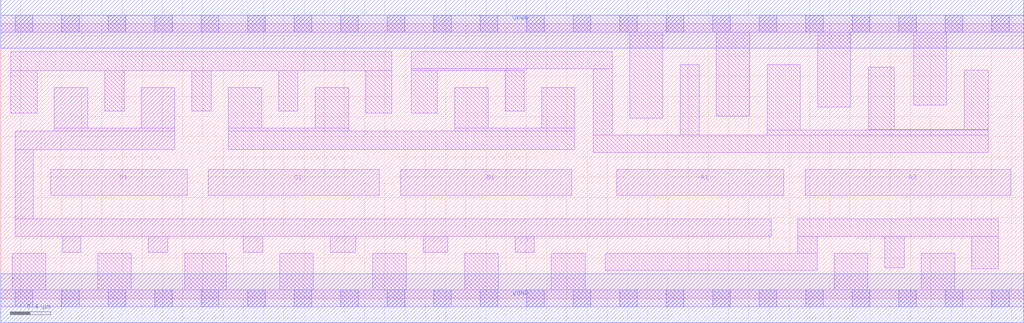
<source format=lef>
# Copyright 2020 The SkyWater PDK Authors
#
# Licensed under the Apache License, Version 2.0 (the "License");
# you may not use this file except in compliance with the License.
# You may obtain a copy of the License at
#
#     https://www.apache.org/licenses/LICENSE-2.0
#
# Unless required by applicable law or agreed to in writing, software
# distributed under the License is distributed on an "AS IS" BASIS,
# WITHOUT WARRANTIES OR CONDITIONS OF ANY KIND, either express or implied.
# See the License for the specific language governing permissions and
# limitations under the License.
#
# SPDX-License-Identifier: Apache-2.0

VERSION 5.7 ;
  NAMESCASESENSITIVE ON ;
  NOWIREEXTENSIONATPIN ON ;
  DIVIDERCHAR "/" ;
  BUSBITCHARS "[]" ;
UNITS
  DATABASE MICRONS 200 ;
END UNITS
MACRO sky130_fd_sc_hd__a2111oi_4
  CLASS CORE ;
  SOURCE USER ;
  FOREIGN sky130_fd_sc_hd__a2111oi_4 ;
  ORIGIN  0.000000  0.000000 ;
  SIZE  10.12000 BY  2.720000 ;
  SYMMETRY X Y R90 ;
  SITE unithd ;
  PIN A1
    ANTENNAGATEAREA  0.990000 ;
    DIRECTION INPUT ;
    USE SIGNAL ;
    PORT
      LAYER li1 ;
        RECT 6.095000 1.020000 7.745000 1.275000 ;
    END
  END A1
  PIN A2
    ANTENNAGATEAREA  0.990000 ;
    DIRECTION INPUT ;
    USE SIGNAL ;
    PORT
      LAYER li1 ;
        RECT 7.960000 1.020000 9.990000 1.275000 ;
    END
  END A2
  PIN B1
    ANTENNAGATEAREA  0.990000 ;
    DIRECTION INPUT ;
    USE SIGNAL ;
    PORT
      LAYER li1 ;
        RECT 3.955000 1.020000 5.650000 1.275000 ;
    END
  END B1
  PIN C1
    ANTENNAGATEAREA  0.990000 ;
    DIRECTION INPUT ;
    USE SIGNAL ;
    PORT
      LAYER li1 ;
        RECT 2.055000 1.020000 3.745000 1.275000 ;
    END
  END C1
  PIN D1
    ANTENNAGATEAREA  0.990000 ;
    DIRECTION INPUT ;
    USE SIGNAL ;
    PORT
      LAYER li1 ;
        RECT 0.495000 1.020000 1.845000 1.275000 ;
    END
  END D1
  PIN Y
    ANTENNADIFFAREA  2.009500 ;
    DIRECTION OUTPUT ;
    USE SIGNAL ;
    PORT
      LAYER li1 ;
        RECT 0.145000 0.615000 7.620000 0.785000 ;
        RECT 0.145000 0.785000 0.320000 1.475000 ;
        RECT 0.145000 1.475000 1.720000 1.655000 ;
        RECT 0.530000 1.655000 1.720000 1.685000 ;
        RECT 0.530000 1.685000 0.860000 2.085000 ;
        RECT 0.615000 0.455000 0.790000 0.615000 ;
        RECT 1.390000 1.685000 1.720000 2.085000 ;
        RECT 1.460000 0.455000 1.650000 0.615000 ;
        RECT 2.400000 0.455000 2.590000 0.615000 ;
        RECT 3.260000 0.455000 3.510000 0.615000 ;
        RECT 4.180000 0.455000 4.420000 0.615000 ;
        RECT 5.090000 0.455000 5.275000 0.615000 ;
    END
  END Y
  PIN VGND
    DIRECTION INOUT ;
    SHAPE ABUTMENT ;
    USE GROUND ;
    PORT
      LAYER met1 ;
        RECT 0.000000 -0.240000 10.120000 0.240000 ;
    END
  END VGND
  PIN VPWR
    DIRECTION INOUT ;
    SHAPE ABUTMENT ;
    USE POWER ;
    PORT
      LAYER met1 ;
        RECT 0.000000 2.480000 10.120000 2.960000 ;
    END
  END VPWR
  OBS
    LAYER li1 ;
      RECT 0.000000 -0.085000 10.120000 0.085000 ;
      RECT 0.000000  2.635000 10.120000 2.805000 ;
      RECT 0.100000  1.835000  0.360000 2.255000 ;
      RECT 0.100000  2.255000  3.870000 2.445000 ;
      RECT 0.115000  0.085000  0.445000 0.445000 ;
      RECT 0.960000  0.085000  1.290000 0.445000 ;
      RECT 1.030000  1.855000  1.220000 2.255000 ;
      RECT 1.820000  0.085000  2.230000 0.445000 ;
      RECT 1.890000  1.855000  2.080000 2.255000 ;
      RECT 2.250000  1.475000  5.680000 1.655000 ;
      RECT 2.250000  1.655000  3.440000 1.685000 ;
      RECT 2.250000  1.685000  2.580000 2.085000 ;
      RECT 2.750000  1.855000  2.940000 2.255000 ;
      RECT 2.760000  0.085000  3.090000 0.445000 ;
      RECT 3.110000  1.685000  3.440000 2.085000 ;
      RECT 3.610000  1.835000  3.870000 2.255000 ;
      RECT 3.680000  0.085000  4.010000 0.445000 ;
      RECT 4.060000  1.835000  4.320000 2.255000 ;
      RECT 4.060000  2.255000  5.180000 2.275000 ;
      RECT 4.060000  2.275000  6.050000 2.445000 ;
      RECT 4.490000  1.655000  5.680000 1.685000 ;
      RECT 4.490000  1.685000  4.820000 2.085000 ;
      RECT 4.590000  0.085000  4.920000 0.445000 ;
      RECT 4.990000  1.855000  5.180000 2.255000 ;
      RECT 5.350000  1.685000  5.680000 2.085000 ;
      RECT 5.445000  0.085000  5.780000 0.445000 ;
      RECT 5.860000  1.445000  9.770000 1.615000 ;
      RECT 5.860000  1.615000  6.050000 2.275000 ;
      RECT 5.980000  0.275000  8.075000 0.445000 ;
      RECT 6.220000  1.785000  6.550000 2.635000 ;
      RECT 6.720000  1.615000  6.910000 2.315000 ;
      RECT 7.080000  1.805000  7.410000 2.635000 ;
      RECT 7.580000  1.615000  9.770000 1.665000 ;
      RECT 7.580000  1.665000  7.910000 2.315000 ;
      RECT 7.885000  0.445000  8.075000 0.615000 ;
      RECT 7.885000  0.615000  9.865000 0.785000 ;
      RECT 8.080000  1.895000  8.410000 2.635000 ;
      RECT 8.245000  0.085000  8.575000 0.445000 ;
      RECT 8.580000  1.665000  9.770000 1.670000 ;
      RECT 8.580000  1.670000  8.840000 2.290000 ;
      RECT 8.745000  0.300000  8.935000 0.615000 ;
      RECT 9.030000  1.915000  9.360000 2.635000 ;
      RECT 9.105000  0.085000  9.435000 0.445000 ;
      RECT 9.530000  1.670000  9.770000 2.260000 ;
      RECT 9.605000  0.290000  9.865000 0.615000 ;
    LAYER mcon ;
      RECT 0.145000 -0.085000 0.315000 0.085000 ;
      RECT 0.145000  2.635000 0.315000 2.805000 ;
      RECT 0.605000 -0.085000 0.775000 0.085000 ;
      RECT 0.605000  2.635000 0.775000 2.805000 ;
      RECT 1.065000 -0.085000 1.235000 0.085000 ;
      RECT 1.065000  2.635000 1.235000 2.805000 ;
      RECT 1.525000 -0.085000 1.695000 0.085000 ;
      RECT 1.525000  2.635000 1.695000 2.805000 ;
      RECT 1.985000 -0.085000 2.155000 0.085000 ;
      RECT 1.985000  2.635000 2.155000 2.805000 ;
      RECT 2.445000 -0.085000 2.615000 0.085000 ;
      RECT 2.445000  2.635000 2.615000 2.805000 ;
      RECT 2.905000 -0.085000 3.075000 0.085000 ;
      RECT 2.905000  2.635000 3.075000 2.805000 ;
      RECT 3.365000 -0.085000 3.535000 0.085000 ;
      RECT 3.365000  2.635000 3.535000 2.805000 ;
      RECT 3.825000 -0.085000 3.995000 0.085000 ;
      RECT 3.825000  2.635000 3.995000 2.805000 ;
      RECT 4.285000 -0.085000 4.455000 0.085000 ;
      RECT 4.285000  2.635000 4.455000 2.805000 ;
      RECT 4.745000 -0.085000 4.915000 0.085000 ;
      RECT 4.745000  2.635000 4.915000 2.805000 ;
      RECT 5.205000 -0.085000 5.375000 0.085000 ;
      RECT 5.205000  2.635000 5.375000 2.805000 ;
      RECT 5.665000 -0.085000 5.835000 0.085000 ;
      RECT 5.665000  2.635000 5.835000 2.805000 ;
      RECT 6.125000 -0.085000 6.295000 0.085000 ;
      RECT 6.125000  2.635000 6.295000 2.805000 ;
      RECT 6.585000 -0.085000 6.755000 0.085000 ;
      RECT 6.585000  2.635000 6.755000 2.805000 ;
      RECT 7.045000 -0.085000 7.215000 0.085000 ;
      RECT 7.045000  2.635000 7.215000 2.805000 ;
      RECT 7.505000 -0.085000 7.675000 0.085000 ;
      RECT 7.505000  2.635000 7.675000 2.805000 ;
      RECT 7.965000 -0.085000 8.135000 0.085000 ;
      RECT 7.965000  2.635000 8.135000 2.805000 ;
      RECT 8.425000 -0.085000 8.595000 0.085000 ;
      RECT 8.425000  2.635000 8.595000 2.805000 ;
      RECT 8.885000 -0.085000 9.055000 0.085000 ;
      RECT 8.885000  2.635000 9.055000 2.805000 ;
      RECT 9.345000 -0.085000 9.515000 0.085000 ;
      RECT 9.345000  2.635000 9.515000 2.805000 ;
      RECT 9.805000 -0.085000 9.975000 0.085000 ;
      RECT 9.805000  2.635000 9.975000 2.805000 ;
  END
END sky130_fd_sc_hd__a2111oi_4
END LIBRARY

</source>
